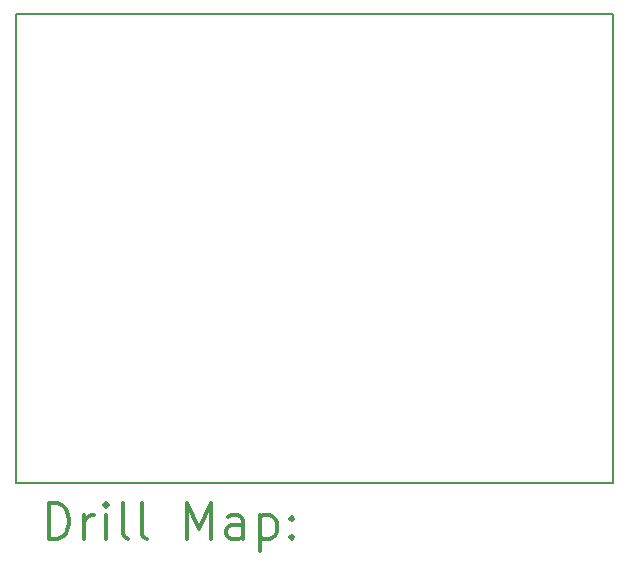
<source format=gbr>
%FSLAX45Y45*%
G04 Gerber Fmt 4.5, Leading zero omitted, Abs format (unit mm)*
G04 Created by KiCad (PCBNEW (5.1.8)-1) date 2021-07-28 22:21:32*
%MOMM*%
%LPD*%
G01*
G04 APERTURE LIST*
%TA.AperFunction,Profile*%
%ADD10C,0.200000*%
%TD*%
%ADD11C,0.200000*%
%ADD12C,0.300000*%
G04 APERTURE END LIST*
D10*
X20907000Y-2283500D02*
X20907000Y-6248500D01*
X15857000Y-2283500D02*
X20907000Y-2283500D01*
X15857000Y-2283500D02*
X15857000Y-6248500D01*
X15857000Y-6248500D02*
X20907000Y-6248500D01*
D11*
D12*
X16133428Y-6724214D02*
X16133428Y-6424214D01*
X16204857Y-6424214D01*
X16247714Y-6438500D01*
X16276286Y-6467071D01*
X16290571Y-6495643D01*
X16304857Y-6552786D01*
X16304857Y-6595643D01*
X16290571Y-6652786D01*
X16276286Y-6681357D01*
X16247714Y-6709929D01*
X16204857Y-6724214D01*
X16133428Y-6724214D01*
X16433428Y-6724214D02*
X16433428Y-6524214D01*
X16433428Y-6581357D02*
X16447714Y-6552786D01*
X16462000Y-6538500D01*
X16490571Y-6524214D01*
X16519143Y-6524214D01*
X16619143Y-6724214D02*
X16619143Y-6524214D01*
X16619143Y-6424214D02*
X16604857Y-6438500D01*
X16619143Y-6452786D01*
X16633428Y-6438500D01*
X16619143Y-6424214D01*
X16619143Y-6452786D01*
X16804857Y-6724214D02*
X16776286Y-6709929D01*
X16762000Y-6681357D01*
X16762000Y-6424214D01*
X16962000Y-6724214D02*
X16933428Y-6709929D01*
X16919143Y-6681357D01*
X16919143Y-6424214D01*
X17304857Y-6724214D02*
X17304857Y-6424214D01*
X17404857Y-6638500D01*
X17504857Y-6424214D01*
X17504857Y-6724214D01*
X17776286Y-6724214D02*
X17776286Y-6567071D01*
X17762000Y-6538500D01*
X17733428Y-6524214D01*
X17676286Y-6524214D01*
X17647714Y-6538500D01*
X17776286Y-6709929D02*
X17747714Y-6724214D01*
X17676286Y-6724214D01*
X17647714Y-6709929D01*
X17633428Y-6681357D01*
X17633428Y-6652786D01*
X17647714Y-6624214D01*
X17676286Y-6609929D01*
X17747714Y-6609929D01*
X17776286Y-6595643D01*
X17919143Y-6524214D02*
X17919143Y-6824214D01*
X17919143Y-6538500D02*
X17947714Y-6524214D01*
X18004857Y-6524214D01*
X18033428Y-6538500D01*
X18047714Y-6552786D01*
X18062000Y-6581357D01*
X18062000Y-6667071D01*
X18047714Y-6695643D01*
X18033428Y-6709929D01*
X18004857Y-6724214D01*
X17947714Y-6724214D01*
X17919143Y-6709929D01*
X18190571Y-6695643D02*
X18204857Y-6709929D01*
X18190571Y-6724214D01*
X18176286Y-6709929D01*
X18190571Y-6695643D01*
X18190571Y-6724214D01*
X18190571Y-6538500D02*
X18204857Y-6552786D01*
X18190571Y-6567071D01*
X18176286Y-6552786D01*
X18190571Y-6538500D01*
X18190571Y-6567071D01*
M02*

</source>
